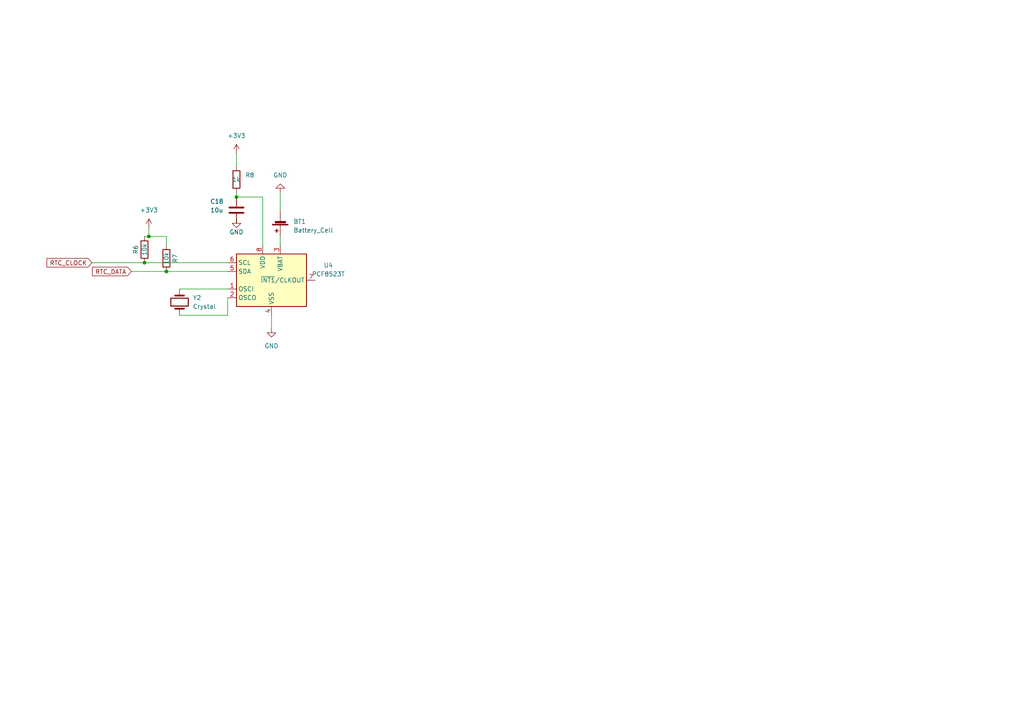
<source format=kicad_sch>
(kicad_sch (version 20211123) (generator eeschema)
  (paper "A4")
  (lib_symbols
    (symbol "Device:Battery_Cell" (pin_numbers hide) (pin_names (offset 0) hide)
      (property "Reference" "BT" (at 2.54 2.54 0))
      (property "Value" "Battery_Cell" (at 2.54 0 0))
      (symbol "Battery_Cell_0_1"
        (rectangle (start -2.286 1.778) (end 2.286 1.524) (fill (type outline)))
        (rectangle (start -1.5748 1.1938) (end 1.4732 0.6858) (fill (type outline)))
        (polyline (pts (xy 0 0.762) (xy 0 0)))
        (polyline (pts (xy 0 1.778) (xy 0 2.54)))
        (polyline (pts (xy 0.508 3.429) (xy 1.524 3.429)) (stroke (width 0.254)))
        (polyline (pts (xy 1.016 3.937) (xy 1.016 2.921)) (stroke (width 0.254)))
      )
      (symbol "Battery_Cell_1_1"
        (pin passive line (at 0 5.08 270) (length 2.54) (name "+") (number "1"))
        (pin passive line (at 0 -2.54 90) (length 2.54) (name "-") (number "2"))
      )
    )
    (symbol "Device:C" (pin_numbers hide) (pin_names (offset 0.254))
      (property "Reference" "C" (at 0.635 2.54 0))
      (property "Value" "C" (at 0.635 -2.54 0))
      (symbol "C_0_1"
        (polyline (pts (xy -2.032 -0.762) (xy 2.032 -0.762)) (stroke (width 0.508)))
        (polyline (pts (xy -2.032 0.762) (xy 2.032 0.762)) (stroke (width 0.508)))
      )
      (symbol "C_1_1"
        (pin passive line (at 0 3.81 270) (length 2.794) (name "~") (number "1"))
        (pin passive line (at 0 -3.81 90) (length 2.794) (name "~") (number "2"))
      )
    )
    (symbol "Device:Crystal" (pin_numbers hide) (pin_names (offset 1.016) hide)
      (property "Reference" "Y" (at 0 3.81 0))
      (property "Value" "Crystal" (at 0 -3.81 0))
      (symbol "Crystal_0_1"
        (rectangle (start -1.143 2.54) (end 1.143 -2.54) (stroke (width 0.3048)))
        (polyline (pts (xy -2.54 0) (xy -1.905 0)))
        (polyline (pts (xy -1.905 -1.27) (xy -1.905 1.27)) (stroke (width 0.508)))
        (polyline (pts (xy 1.905 -1.27) (xy 1.905 1.27)) (stroke (width 0.508)))
        (polyline (pts (xy 2.54 0) (xy 1.905 0)))
      )
      (symbol "Crystal_1_1"
        (pin passive line (at -3.81 0 0) (length 1.27) (name "1") (number "1"))
        (pin passive line (at 3.81 0 180) (length 1.27) (name "2") (number "2"))
      )
    )
    (symbol "Device:R" (pin_numbers hide) (pin_names (offset 0))
      (property "Reference" "R" (at 2.032 0 90))
      (property "Value" "R" (at 0 0 90))
      (symbol "R_0_1"
        (rectangle (start -1.016 -2.54) (end 1.016 2.54) (stroke (width 0.254)))
      )
      (symbol "R_1_1"
        (pin passive line (at 0 3.81 270) (length 1.27) (name "~") (number "1"))
        (pin passive line (at 0 -3.81 90) (length 1.27) (name "~") (number "2"))
      )
    )
    (symbol "Timer_RTC:PCF8523T"
      (property "Reference" "U" (at -10.16 8.89 0))
      (property "Value" "PCF8523T" (at 3.81 8.89 0))
      (symbol "PCF8523T_0_1"
        (rectangle (start -10.16 7.62) (end 10.16 -7.62) (stroke (width 0.254)) (fill (type background)))
      )
      (symbol "PCF8523T_1_1"
        (pin input line (at -12.7 -2.54 0) (length 2.54) (name "OSCI") (number "1"))
        (pin output line (at -12.7 -5.08 0) (length 2.54) (name "OSCO") (number "2"))
        (pin power_in line (at 2.54 10.16 270) (length 2.54) (name "VBAT") (number "3"))
        (pin power_in line (at 0 -10.16 90) (length 2.54) (name "VSS") (number "4"))
        (pin bidirectional line (at -12.7 2.54 0) (length 2.54) (name "SDA") (number "5"))
        (pin input line (at -12.7 5.08 0) (length 2.54) (name "SCL") (number "6"))
        (pin open_collector line (at 12.7 0 180) (length 2.54) (name "~{INT1}/CLKOUT") (number "7"))
        (pin power_in line (at -2.54 10.16 270) (length 2.54) (name "VDD") (number "8"))
      )
    )
    (symbol "power:+3V3" (power) (pin_names (offset 0))
      (property "Value" "+3V3" (at 0 3.556 0))
      (symbol "+3V3_0_1"
        (polyline (pts (xy -0.762 1.27) (xy 0 2.54)))
        (polyline (pts (xy 0 0) (xy 0 2.54)))
        (polyline (pts (xy 0 2.54) (xy 0.762 1.27)))
      )
      (symbol "+3V3_1_1"
        (pin power_in line (at 0 0 90) (length 0) hide (name "+3V3") (number "1"))
      )
    )
    (symbol "power:GND" (power) (pin_names (offset 0))
      (property "Value" "GND" (at 0 -3.81 0))
      (symbol "GND_0_1"
        (polyline (pts (xy 0 0) (xy 0 -1.27) (xy 1.27 -1.27) (xy 0 -2.54) (xy -1.27 -1.27) (xy 0 -1.27)))
      )
      (symbol "GND_1_1"
        (pin power_in line (at 0 0 270) (length 0) hide (name "GND") (number "1"))
      )
    )
  )
  (junction (at 48.26 78.74))
  (junction (at 68.58 57.15))
  (junction (at 43.18 68.58))
  (junction (at 41.91 76.2))
  (wire (pts (xy 26.67 76.2) (xy 41.91 76.2)))
  (wire (pts (xy 43.18 68.58) (xy 48.26 68.58)))
  (wire (pts (xy 52.07 83.82) (xy 66.04 83.82)))
  (wire (pts (xy 43.18 66.04) (xy 43.18 68.58)))
  (wire (pts (xy 68.58 44.45) (xy 68.58 48.26)))
  (wire (pts (xy 76.2 57.15) (xy 76.2 71.12)))
  (wire (pts (xy 66.04 86.36) (xy 66.04 91.44)))
  (wire (pts (xy 68.58 63.5) (xy 68.58 64.77)))
  (wire (pts (xy 52.07 91.44) (xy 66.04 91.44)))
  (wire (pts (xy 68.58 55.88) (xy 68.58 57.15)))
  (wire (pts (xy 81.28 55.88) (xy 81.28 60.96)))
  (wire (pts (xy 78.74 91.44) (xy 78.74 95.25)))
  (wire (pts (xy 76.2 57.15) (xy 68.58 57.15)))
  (wire (pts (xy 81.28 68.58) (xy 81.28 71.12)))
  (wire (pts (xy 41.91 76.2) (xy 66.04 76.2)))
  (wire (pts (xy 48.26 78.74) (xy 66.04 78.74)))
  (wire (pts (xy 38.1 78.74) (xy 48.26 78.74)))
  (wire (pts (xy 48.26 71.12) (xy 48.26 68.58)))
  (wire (pts (xy 41.91 68.58) (xy 43.18 68.58)))
  (global_label "RTC_DATA" (shape input) (at 38.1 78.74 180) (property "Intersheet References" "${INTERSHEET_REFS}" (effects hide)))
  (global_label "RTC_CLOCK" (shape input) (at 26.67 76.2 180) (property "Intersheet References" "${INTERSHEET_REFS}" (effects hide)))
  (symbol (lib_id "power:GND") (at 78.74 95.25 0) (unit 1)
    (property "Reference" "#PWR0104" (effects hide))
    (property "Value" "GND" (at 78.74 100.33 0))
  )
  (symbol (lib_id "power:+3V3") (at 68.58 44.45 0) (unit 1)
    (property "Reference" "#PWR0141" (effects hide))
    (property "Value" "+3V3" (at 68.58 39.37 0))
  )
  (symbol (lib_id "Device:R") (at 48.26 74.93 0) (unit 1)
    (property "Reference" "R7" (at 50.8 74.93 90))
    (property "Value" "10k" (at 48.26 74.93 90))
    (property "Footprint" "Capacitor_SMD:C_0402_1005Metric" (effects hide))
    (property "JLC part Number" "C25744" (effects hide))
    (property "LCSC" "C25744" (effects hide))
  )
  (symbol (lib_id "power:GND") (at 68.58 63.5 0) (unit 1)
    (property "Reference" "#PWR0103" (effects hide))
    (property "Value" "GND" (at 68.58 67.31 0))
  )
  (symbol (lib_id "Timer_RTC:PCF8523T") (at 78.74 81.28 0) (unit 1)
    (property "Reference" "U4" (at 95.25 76.9493 0))
    (property "Value" "PCF8523T" (at 95.25 79.4893 0))
    (property "Footprint" "Package_SO:SOIC-8_3.9x4.9mm_P1.27mm" (effects hide))
    (property "Datasheet" "https://www.nxp.com/docs/en/data-sheet/PCF8523.pdf" (effects hide))
    (property "JLC part Number" "C2651516" (effects hide))
    (property "LCSC" "C2651516" (effects hide))
  )
  (symbol (lib_id "Device:C") (at 68.58 60.96 0) (unit 1)
    (property "Reference" "C18" (at 60.96 58.42 0) (effects (justify left)))
    (property "Value" "10u" (at 60.96 60.96 0) (effects (justify left)))
    (property "Footprint" "Capacitor_SMD:C_0805_2012Metric" (effects hide))
    (property "JLC part Number" "C15850" (effects hide))
    (property "LCSC" "C15850" (effects hide))
  )
  (symbol (lib_id "Device:R") (at 68.58 52.07 0) (unit 1)
    (property "Reference" "R8" (at 71.12 50.7999 0) (effects (justify left)))
    (property "Value" "1k" (at 67.31 52.07 0) (effects (justify left)))
    (property "Footprint" "Capacitor_SMD:C_0402_1005Metric" (effects hide))
    (property "LCSC" "C102748" (effects hide))
  )
  (symbol (lib_id "Device:Crystal") (at 52.07 87.63 270) (unit 1)
    (property "Reference" "Y2" (at 55.88 86.3599 90) (effects (justify left)))
    (property "Value" "Crystal" (at 55.88 88.8999 90) (effects (justify left)))
    (property "Footprint" "Crystal:Crystal_SMD_3215-2Pin_3.2x1.5mm" (effects hide))
    (property "JLC part Number" "C93232" (effects hide))
    (property "LCSC" "C93232" (effects hide))
  )
  (symbol (lib_id "Device:R") (at 41.91 72.39 0) (unit 1)
    (property "Reference" "R6" (at 39.37 72.39 90))
    (property "Value" "10k" (at 41.91 72.39 90))
    (property "Footprint" "Capacitor_SMD:C_0402_1005Metric" (effects hide))
    (property "JLC part Number" "C25744" (effects hide))
    (property "LCSC" "C25744" (effects hide))
  )
  (symbol (lib_id "Device:Battery_Cell") (at 81.28 63.5 180) (unit 1)
    (property "Reference" "BT1" (at 85.09 64.2619 0) (effects (justify right)))
    (property "Value" "Battery_Cell" (at 85.09 66.8019 0) (effects (justify right)))
    (property "Footprint" "Battery:BatteryHolder_Keystone_3000_1x12mm" (effects hide))
    (property "JLC part Number" "C964818" (effects hide))
    (property "LCSC" "C964818" (effects hide))
  )
  (symbol (lib_id "power:GND") (at 81.28 55.88 180) (unit 1)
    (property "Reference" "#PWR0102" (effects hide))
    (property "Value" "GND" (at 81.28 50.8 0))
  )
  (symbol (lib_id "power:+3V3") (at 43.18 66.04 0) (unit 1)
    (property "Reference" "#PWR0140" (effects hide))
    (property "Value" "+3V3" (at 43.18 60.96 0))
  )
)
</source>
